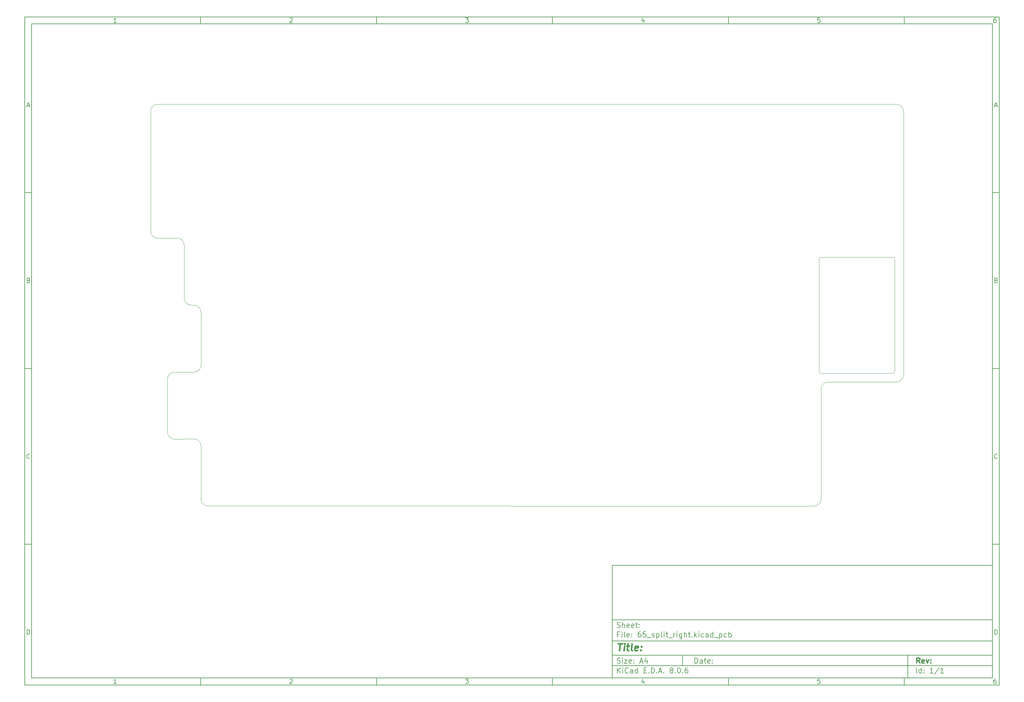
<source format=gbr>
%TF.GenerationSoftware,KiCad,Pcbnew,8.0.6*%
%TF.CreationDate,2025-05-11T12:41:04+09:00*%
%TF.ProjectId,65_split_right,36355f73-706c-4697-945f-72696768742e,rev?*%
%TF.SameCoordinates,PXf7b735cPY2136a30*%
%TF.FileFunction,Profile,NP*%
%FSLAX46Y46*%
G04 Gerber Fmt 4.6, Leading zero omitted, Abs format (unit mm)*
G04 Created by KiCad (PCBNEW 8.0.6) date 2025-05-11 12:41:04*
%MOMM*%
%LPD*%
G01*
G04 APERTURE LIST*
%ADD10C,0.100000*%
%ADD11C,0.150000*%
%ADD12C,0.300000*%
%ADD13C,0.400000*%
%TA.AperFunction,Profile*%
%ADD14C,0.050000*%
%TD*%
%TA.AperFunction,Profile*%
%ADD15C,0.120000*%
%TD*%
G04 APERTURE END LIST*
D10*
D11*
X-82746500Y-131180400D02*
X25253500Y-131180400D01*
X25253500Y-163180400D01*
X-82746500Y-163180400D01*
X-82746500Y-131180400D01*
D10*
D11*
X-249748700Y24826800D02*
X27253500Y24826800D01*
X27253500Y-165180400D01*
X-249748700Y-165180400D01*
X-249748700Y24826800D01*
D10*
D11*
X-247748700Y22826800D02*
X25253500Y22826800D01*
X25253500Y-163180400D01*
X-247748700Y-163180400D01*
X-247748700Y22826800D01*
D10*
D11*
X-199748700Y22826800D02*
X-199748700Y24826800D01*
D10*
D11*
X-149748700Y22826800D02*
X-149748700Y24826800D01*
D10*
D11*
X-99748700Y22826800D02*
X-99748700Y24826800D01*
D10*
D11*
X-49748700Y22826800D02*
X-49748700Y24826800D01*
D10*
D11*
X251300Y22826800D02*
X251300Y24826800D01*
D10*
D11*
X-223659540Y23233196D02*
X-224402397Y23233196D01*
X-224030969Y23233196D02*
X-224030969Y24533196D01*
X-224030969Y24533196D02*
X-224154778Y24347481D01*
X-224154778Y24347481D02*
X-224278588Y24223672D01*
X-224278588Y24223672D02*
X-224402397Y24161767D01*
D10*
D11*
X-174402397Y24409386D02*
X-174340493Y24471291D01*
X-174340493Y24471291D02*
X-174216683Y24533196D01*
X-174216683Y24533196D02*
X-173907159Y24533196D01*
X-173907159Y24533196D02*
X-173783350Y24471291D01*
X-173783350Y24471291D02*
X-173721445Y24409386D01*
X-173721445Y24409386D02*
X-173659540Y24285577D01*
X-173659540Y24285577D02*
X-173659540Y24161767D01*
X-173659540Y24161767D02*
X-173721445Y23976053D01*
X-173721445Y23976053D02*
X-174464302Y23233196D01*
X-174464302Y23233196D02*
X-173659540Y23233196D01*
D10*
D11*
X-124464302Y24533196D02*
X-123659540Y24533196D01*
X-123659540Y24533196D02*
X-124092874Y24037958D01*
X-124092874Y24037958D02*
X-123907159Y24037958D01*
X-123907159Y24037958D02*
X-123783350Y23976053D01*
X-123783350Y23976053D02*
X-123721445Y23914148D01*
X-123721445Y23914148D02*
X-123659540Y23790339D01*
X-123659540Y23790339D02*
X-123659540Y23480815D01*
X-123659540Y23480815D02*
X-123721445Y23357005D01*
X-123721445Y23357005D02*
X-123783350Y23295100D01*
X-123783350Y23295100D02*
X-123907159Y23233196D01*
X-123907159Y23233196D02*
X-124278588Y23233196D01*
X-124278588Y23233196D02*
X-124402397Y23295100D01*
X-124402397Y23295100D02*
X-124464302Y23357005D01*
D10*
D11*
X-73783350Y24099862D02*
X-73783350Y23233196D01*
X-74092874Y24595100D02*
X-74402397Y23666529D01*
X-74402397Y23666529D02*
X-73597636Y23666529D01*
D10*
D11*
X-23721445Y24533196D02*
X-24340493Y24533196D01*
X-24340493Y24533196D02*
X-24402397Y23914148D01*
X-24402397Y23914148D02*
X-24340493Y23976053D01*
X-24340493Y23976053D02*
X-24216683Y24037958D01*
X-24216683Y24037958D02*
X-23907159Y24037958D01*
X-23907159Y24037958D02*
X-23783350Y23976053D01*
X-23783350Y23976053D02*
X-23721445Y23914148D01*
X-23721445Y23914148D02*
X-23659540Y23790339D01*
X-23659540Y23790339D02*
X-23659540Y23480815D01*
X-23659540Y23480815D02*
X-23721445Y23357005D01*
X-23721445Y23357005D02*
X-23783350Y23295100D01*
X-23783350Y23295100D02*
X-23907159Y23233196D01*
X-23907159Y23233196D02*
X-24216683Y23233196D01*
X-24216683Y23233196D02*
X-24340493Y23295100D01*
X-24340493Y23295100D02*
X-24402397Y23357005D01*
D10*
D11*
X26216650Y24533196D02*
X25969031Y24533196D01*
X25969031Y24533196D02*
X25845222Y24471291D01*
X25845222Y24471291D02*
X25783317Y24409386D01*
X25783317Y24409386D02*
X25659507Y24223672D01*
X25659507Y24223672D02*
X25597603Y23976053D01*
X25597603Y23976053D02*
X25597603Y23480815D01*
X25597603Y23480815D02*
X25659507Y23357005D01*
X25659507Y23357005D02*
X25721412Y23295100D01*
X25721412Y23295100D02*
X25845222Y23233196D01*
X25845222Y23233196D02*
X26092841Y23233196D01*
X26092841Y23233196D02*
X26216650Y23295100D01*
X26216650Y23295100D02*
X26278555Y23357005D01*
X26278555Y23357005D02*
X26340460Y23480815D01*
X26340460Y23480815D02*
X26340460Y23790339D01*
X26340460Y23790339D02*
X26278555Y23914148D01*
X26278555Y23914148D02*
X26216650Y23976053D01*
X26216650Y23976053D02*
X26092841Y24037958D01*
X26092841Y24037958D02*
X25845222Y24037958D01*
X25845222Y24037958D02*
X25721412Y23976053D01*
X25721412Y23976053D02*
X25659507Y23914148D01*
X25659507Y23914148D02*
X25597603Y23790339D01*
D10*
D11*
X-199748700Y-163180400D02*
X-199748700Y-165180400D01*
D10*
D11*
X-149748700Y-163180400D02*
X-149748700Y-165180400D01*
D10*
D11*
X-99748700Y-163180400D02*
X-99748700Y-165180400D01*
D10*
D11*
X-49748700Y-163180400D02*
X-49748700Y-165180400D01*
D10*
D11*
X251300Y-163180400D02*
X251300Y-165180400D01*
D10*
D11*
X-223659540Y-164774004D02*
X-224402397Y-164774004D01*
X-224030969Y-164774004D02*
X-224030969Y-163474004D01*
X-224030969Y-163474004D02*
X-224154778Y-163659719D01*
X-224154778Y-163659719D02*
X-224278588Y-163783528D01*
X-224278588Y-163783528D02*
X-224402397Y-163845433D01*
D10*
D11*
X-174402397Y-163597814D02*
X-174340493Y-163535909D01*
X-174340493Y-163535909D02*
X-174216683Y-163474004D01*
X-174216683Y-163474004D02*
X-173907159Y-163474004D01*
X-173907159Y-163474004D02*
X-173783350Y-163535909D01*
X-173783350Y-163535909D02*
X-173721445Y-163597814D01*
X-173721445Y-163597814D02*
X-173659540Y-163721623D01*
X-173659540Y-163721623D02*
X-173659540Y-163845433D01*
X-173659540Y-163845433D02*
X-173721445Y-164031147D01*
X-173721445Y-164031147D02*
X-174464302Y-164774004D01*
X-174464302Y-164774004D02*
X-173659540Y-164774004D01*
D10*
D11*
X-124464302Y-163474004D02*
X-123659540Y-163474004D01*
X-123659540Y-163474004D02*
X-124092874Y-163969242D01*
X-124092874Y-163969242D02*
X-123907159Y-163969242D01*
X-123907159Y-163969242D02*
X-123783350Y-164031147D01*
X-123783350Y-164031147D02*
X-123721445Y-164093052D01*
X-123721445Y-164093052D02*
X-123659540Y-164216861D01*
X-123659540Y-164216861D02*
X-123659540Y-164526385D01*
X-123659540Y-164526385D02*
X-123721445Y-164650195D01*
X-123721445Y-164650195D02*
X-123783350Y-164712100D01*
X-123783350Y-164712100D02*
X-123907159Y-164774004D01*
X-123907159Y-164774004D02*
X-124278588Y-164774004D01*
X-124278588Y-164774004D02*
X-124402397Y-164712100D01*
X-124402397Y-164712100D02*
X-124464302Y-164650195D01*
D10*
D11*
X-73783350Y-163907338D02*
X-73783350Y-164774004D01*
X-74092874Y-163412100D02*
X-74402397Y-164340671D01*
X-74402397Y-164340671D02*
X-73597636Y-164340671D01*
D10*
D11*
X-23721445Y-163474004D02*
X-24340493Y-163474004D01*
X-24340493Y-163474004D02*
X-24402397Y-164093052D01*
X-24402397Y-164093052D02*
X-24340493Y-164031147D01*
X-24340493Y-164031147D02*
X-24216683Y-163969242D01*
X-24216683Y-163969242D02*
X-23907159Y-163969242D01*
X-23907159Y-163969242D02*
X-23783350Y-164031147D01*
X-23783350Y-164031147D02*
X-23721445Y-164093052D01*
X-23721445Y-164093052D02*
X-23659540Y-164216861D01*
X-23659540Y-164216861D02*
X-23659540Y-164526385D01*
X-23659540Y-164526385D02*
X-23721445Y-164650195D01*
X-23721445Y-164650195D02*
X-23783350Y-164712100D01*
X-23783350Y-164712100D02*
X-23907159Y-164774004D01*
X-23907159Y-164774004D02*
X-24216683Y-164774004D01*
X-24216683Y-164774004D02*
X-24340493Y-164712100D01*
X-24340493Y-164712100D02*
X-24402397Y-164650195D01*
D10*
D11*
X26216650Y-163474004D02*
X25969031Y-163474004D01*
X25969031Y-163474004D02*
X25845222Y-163535909D01*
X25845222Y-163535909D02*
X25783317Y-163597814D01*
X25783317Y-163597814D02*
X25659507Y-163783528D01*
X25659507Y-163783528D02*
X25597603Y-164031147D01*
X25597603Y-164031147D02*
X25597603Y-164526385D01*
X25597603Y-164526385D02*
X25659507Y-164650195D01*
X25659507Y-164650195D02*
X25721412Y-164712100D01*
X25721412Y-164712100D02*
X25845222Y-164774004D01*
X25845222Y-164774004D02*
X26092841Y-164774004D01*
X26092841Y-164774004D02*
X26216650Y-164712100D01*
X26216650Y-164712100D02*
X26278555Y-164650195D01*
X26278555Y-164650195D02*
X26340460Y-164526385D01*
X26340460Y-164526385D02*
X26340460Y-164216861D01*
X26340460Y-164216861D02*
X26278555Y-164093052D01*
X26278555Y-164093052D02*
X26216650Y-164031147D01*
X26216650Y-164031147D02*
X26092841Y-163969242D01*
X26092841Y-163969242D02*
X25845222Y-163969242D01*
X25845222Y-163969242D02*
X25721412Y-164031147D01*
X25721412Y-164031147D02*
X25659507Y-164093052D01*
X25659507Y-164093052D02*
X25597603Y-164216861D01*
D10*
D11*
X-249748700Y-25173200D02*
X-247748700Y-25173200D01*
D10*
D11*
X-249748700Y-75173200D02*
X-247748700Y-75173200D01*
D10*
D11*
X-249748700Y-125173200D02*
X-247748700Y-125173200D01*
D10*
D11*
X-249058224Y-395376D02*
X-248439177Y-395376D01*
X-249182034Y-766804D02*
X-248748701Y533196D01*
X-248748701Y533196D02*
X-248315367Y-766804D01*
D10*
D11*
X-248655843Y-50085852D02*
X-248470129Y-50147757D01*
X-248470129Y-50147757D02*
X-248408224Y-50209661D01*
X-248408224Y-50209661D02*
X-248346320Y-50333471D01*
X-248346320Y-50333471D02*
X-248346320Y-50519185D01*
X-248346320Y-50519185D02*
X-248408224Y-50642995D01*
X-248408224Y-50642995D02*
X-248470129Y-50704900D01*
X-248470129Y-50704900D02*
X-248593939Y-50766804D01*
X-248593939Y-50766804D02*
X-249089177Y-50766804D01*
X-249089177Y-50766804D02*
X-249089177Y-49466804D01*
X-249089177Y-49466804D02*
X-248655843Y-49466804D01*
X-248655843Y-49466804D02*
X-248532034Y-49528709D01*
X-248532034Y-49528709D02*
X-248470129Y-49590614D01*
X-248470129Y-49590614D02*
X-248408224Y-49714423D01*
X-248408224Y-49714423D02*
X-248408224Y-49838233D01*
X-248408224Y-49838233D02*
X-248470129Y-49962042D01*
X-248470129Y-49962042D02*
X-248532034Y-50023947D01*
X-248532034Y-50023947D02*
X-248655843Y-50085852D01*
X-248655843Y-50085852D02*
X-249089177Y-50085852D01*
D10*
D11*
X-248346320Y-100642995D02*
X-248408224Y-100704900D01*
X-248408224Y-100704900D02*
X-248593939Y-100766804D01*
X-248593939Y-100766804D02*
X-248717748Y-100766804D01*
X-248717748Y-100766804D02*
X-248903462Y-100704900D01*
X-248903462Y-100704900D02*
X-249027272Y-100581090D01*
X-249027272Y-100581090D02*
X-249089177Y-100457280D01*
X-249089177Y-100457280D02*
X-249151081Y-100209661D01*
X-249151081Y-100209661D02*
X-249151081Y-100023947D01*
X-249151081Y-100023947D02*
X-249089177Y-99776328D01*
X-249089177Y-99776328D02*
X-249027272Y-99652519D01*
X-249027272Y-99652519D02*
X-248903462Y-99528709D01*
X-248903462Y-99528709D02*
X-248717748Y-99466804D01*
X-248717748Y-99466804D02*
X-248593939Y-99466804D01*
X-248593939Y-99466804D02*
X-248408224Y-99528709D01*
X-248408224Y-99528709D02*
X-248346320Y-99590614D01*
D10*
D11*
X-249089177Y-150766804D02*
X-249089177Y-149466804D01*
X-249089177Y-149466804D02*
X-248779653Y-149466804D01*
X-248779653Y-149466804D02*
X-248593939Y-149528709D01*
X-248593939Y-149528709D02*
X-248470129Y-149652519D01*
X-248470129Y-149652519D02*
X-248408224Y-149776328D01*
X-248408224Y-149776328D02*
X-248346320Y-150023947D01*
X-248346320Y-150023947D02*
X-248346320Y-150209661D01*
X-248346320Y-150209661D02*
X-248408224Y-150457280D01*
X-248408224Y-150457280D02*
X-248470129Y-150581090D01*
X-248470129Y-150581090D02*
X-248593939Y-150704900D01*
X-248593939Y-150704900D02*
X-248779653Y-150766804D01*
X-248779653Y-150766804D02*
X-249089177Y-150766804D01*
D10*
D11*
X27253500Y-25173200D02*
X25253500Y-25173200D01*
D10*
D11*
X27253500Y-75173200D02*
X25253500Y-75173200D01*
D10*
D11*
X27253500Y-125173200D02*
X25253500Y-125173200D01*
D10*
D11*
X25943976Y-395376D02*
X26563023Y-395376D01*
X25820166Y-766804D02*
X26253499Y533196D01*
X26253499Y533196D02*
X26686833Y-766804D01*
D10*
D11*
X26346357Y-50085852D02*
X26532071Y-50147757D01*
X26532071Y-50147757D02*
X26593976Y-50209661D01*
X26593976Y-50209661D02*
X26655880Y-50333471D01*
X26655880Y-50333471D02*
X26655880Y-50519185D01*
X26655880Y-50519185D02*
X26593976Y-50642995D01*
X26593976Y-50642995D02*
X26532071Y-50704900D01*
X26532071Y-50704900D02*
X26408261Y-50766804D01*
X26408261Y-50766804D02*
X25913023Y-50766804D01*
X25913023Y-50766804D02*
X25913023Y-49466804D01*
X25913023Y-49466804D02*
X26346357Y-49466804D01*
X26346357Y-49466804D02*
X26470166Y-49528709D01*
X26470166Y-49528709D02*
X26532071Y-49590614D01*
X26532071Y-49590614D02*
X26593976Y-49714423D01*
X26593976Y-49714423D02*
X26593976Y-49838233D01*
X26593976Y-49838233D02*
X26532071Y-49962042D01*
X26532071Y-49962042D02*
X26470166Y-50023947D01*
X26470166Y-50023947D02*
X26346357Y-50085852D01*
X26346357Y-50085852D02*
X25913023Y-50085852D01*
D10*
D11*
X26655880Y-100642995D02*
X26593976Y-100704900D01*
X26593976Y-100704900D02*
X26408261Y-100766804D01*
X26408261Y-100766804D02*
X26284452Y-100766804D01*
X26284452Y-100766804D02*
X26098738Y-100704900D01*
X26098738Y-100704900D02*
X25974928Y-100581090D01*
X25974928Y-100581090D02*
X25913023Y-100457280D01*
X25913023Y-100457280D02*
X25851119Y-100209661D01*
X25851119Y-100209661D02*
X25851119Y-100023947D01*
X25851119Y-100023947D02*
X25913023Y-99776328D01*
X25913023Y-99776328D02*
X25974928Y-99652519D01*
X25974928Y-99652519D02*
X26098738Y-99528709D01*
X26098738Y-99528709D02*
X26284452Y-99466804D01*
X26284452Y-99466804D02*
X26408261Y-99466804D01*
X26408261Y-99466804D02*
X26593976Y-99528709D01*
X26593976Y-99528709D02*
X26655880Y-99590614D01*
D10*
D11*
X25913023Y-150766804D02*
X25913023Y-149466804D01*
X25913023Y-149466804D02*
X26222547Y-149466804D01*
X26222547Y-149466804D02*
X26408261Y-149528709D01*
X26408261Y-149528709D02*
X26532071Y-149652519D01*
X26532071Y-149652519D02*
X26593976Y-149776328D01*
X26593976Y-149776328D02*
X26655880Y-150023947D01*
X26655880Y-150023947D02*
X26655880Y-150209661D01*
X26655880Y-150209661D02*
X26593976Y-150457280D01*
X26593976Y-150457280D02*
X26532071Y-150581090D01*
X26532071Y-150581090D02*
X26408261Y-150704900D01*
X26408261Y-150704900D02*
X26222547Y-150766804D01*
X26222547Y-150766804D02*
X25913023Y-150766804D01*
D10*
D11*
X-59290674Y-158966528D02*
X-59290674Y-157466528D01*
X-59290674Y-157466528D02*
X-58933531Y-157466528D01*
X-58933531Y-157466528D02*
X-58719245Y-157537957D01*
X-58719245Y-157537957D02*
X-58576388Y-157680814D01*
X-58576388Y-157680814D02*
X-58504959Y-157823671D01*
X-58504959Y-157823671D02*
X-58433531Y-158109385D01*
X-58433531Y-158109385D02*
X-58433531Y-158323671D01*
X-58433531Y-158323671D02*
X-58504959Y-158609385D01*
X-58504959Y-158609385D02*
X-58576388Y-158752242D01*
X-58576388Y-158752242D02*
X-58719245Y-158895100D01*
X-58719245Y-158895100D02*
X-58933531Y-158966528D01*
X-58933531Y-158966528D02*
X-59290674Y-158966528D01*
X-57147816Y-158966528D02*
X-57147816Y-158180814D01*
X-57147816Y-158180814D02*
X-57219245Y-158037957D01*
X-57219245Y-158037957D02*
X-57362102Y-157966528D01*
X-57362102Y-157966528D02*
X-57647816Y-157966528D01*
X-57647816Y-157966528D02*
X-57790674Y-158037957D01*
X-57147816Y-158895100D02*
X-57290674Y-158966528D01*
X-57290674Y-158966528D02*
X-57647816Y-158966528D01*
X-57647816Y-158966528D02*
X-57790674Y-158895100D01*
X-57790674Y-158895100D02*
X-57862102Y-158752242D01*
X-57862102Y-158752242D02*
X-57862102Y-158609385D01*
X-57862102Y-158609385D02*
X-57790674Y-158466528D01*
X-57790674Y-158466528D02*
X-57647816Y-158395100D01*
X-57647816Y-158395100D02*
X-57290674Y-158395100D01*
X-57290674Y-158395100D02*
X-57147816Y-158323671D01*
X-56647816Y-157966528D02*
X-56076388Y-157966528D01*
X-56433531Y-157466528D02*
X-56433531Y-158752242D01*
X-56433531Y-158752242D02*
X-56362102Y-158895100D01*
X-56362102Y-158895100D02*
X-56219245Y-158966528D01*
X-56219245Y-158966528D02*
X-56076388Y-158966528D01*
X-55004959Y-158895100D02*
X-55147816Y-158966528D01*
X-55147816Y-158966528D02*
X-55433530Y-158966528D01*
X-55433530Y-158966528D02*
X-55576388Y-158895100D01*
X-55576388Y-158895100D02*
X-55647816Y-158752242D01*
X-55647816Y-158752242D02*
X-55647816Y-158180814D01*
X-55647816Y-158180814D02*
X-55576388Y-158037957D01*
X-55576388Y-158037957D02*
X-55433530Y-157966528D01*
X-55433530Y-157966528D02*
X-55147816Y-157966528D01*
X-55147816Y-157966528D02*
X-55004959Y-158037957D01*
X-55004959Y-158037957D02*
X-54933530Y-158180814D01*
X-54933530Y-158180814D02*
X-54933530Y-158323671D01*
X-54933530Y-158323671D02*
X-55647816Y-158466528D01*
X-54290674Y-158823671D02*
X-54219245Y-158895100D01*
X-54219245Y-158895100D02*
X-54290674Y-158966528D01*
X-54290674Y-158966528D02*
X-54362102Y-158895100D01*
X-54362102Y-158895100D02*
X-54290674Y-158823671D01*
X-54290674Y-158823671D02*
X-54290674Y-158966528D01*
X-54290674Y-158037957D02*
X-54219245Y-158109385D01*
X-54219245Y-158109385D02*
X-54290674Y-158180814D01*
X-54290674Y-158180814D02*
X-54362102Y-158109385D01*
X-54362102Y-158109385D02*
X-54290674Y-158037957D01*
X-54290674Y-158037957D02*
X-54290674Y-158180814D01*
D10*
D11*
X-82746500Y-159680400D02*
X25253500Y-159680400D01*
D10*
D11*
X-81290674Y-161766528D02*
X-81290674Y-160266528D01*
X-80433531Y-161766528D02*
X-81076388Y-160909385D01*
X-80433531Y-160266528D02*
X-81290674Y-161123671D01*
X-79790674Y-161766528D02*
X-79790674Y-160766528D01*
X-79790674Y-160266528D02*
X-79862102Y-160337957D01*
X-79862102Y-160337957D02*
X-79790674Y-160409385D01*
X-79790674Y-160409385D02*
X-79719245Y-160337957D01*
X-79719245Y-160337957D02*
X-79790674Y-160266528D01*
X-79790674Y-160266528D02*
X-79790674Y-160409385D01*
X-78219245Y-161623671D02*
X-78290673Y-161695100D01*
X-78290673Y-161695100D02*
X-78504959Y-161766528D01*
X-78504959Y-161766528D02*
X-78647816Y-161766528D01*
X-78647816Y-161766528D02*
X-78862102Y-161695100D01*
X-78862102Y-161695100D02*
X-79004959Y-161552242D01*
X-79004959Y-161552242D02*
X-79076388Y-161409385D01*
X-79076388Y-161409385D02*
X-79147816Y-161123671D01*
X-79147816Y-161123671D02*
X-79147816Y-160909385D01*
X-79147816Y-160909385D02*
X-79076388Y-160623671D01*
X-79076388Y-160623671D02*
X-79004959Y-160480814D01*
X-79004959Y-160480814D02*
X-78862102Y-160337957D01*
X-78862102Y-160337957D02*
X-78647816Y-160266528D01*
X-78647816Y-160266528D02*
X-78504959Y-160266528D01*
X-78504959Y-160266528D02*
X-78290673Y-160337957D01*
X-78290673Y-160337957D02*
X-78219245Y-160409385D01*
X-76933530Y-161766528D02*
X-76933530Y-160980814D01*
X-76933530Y-160980814D02*
X-77004959Y-160837957D01*
X-77004959Y-160837957D02*
X-77147816Y-160766528D01*
X-77147816Y-160766528D02*
X-77433530Y-160766528D01*
X-77433530Y-160766528D02*
X-77576388Y-160837957D01*
X-76933530Y-161695100D02*
X-77076388Y-161766528D01*
X-77076388Y-161766528D02*
X-77433530Y-161766528D01*
X-77433530Y-161766528D02*
X-77576388Y-161695100D01*
X-77576388Y-161695100D02*
X-77647816Y-161552242D01*
X-77647816Y-161552242D02*
X-77647816Y-161409385D01*
X-77647816Y-161409385D02*
X-77576388Y-161266528D01*
X-77576388Y-161266528D02*
X-77433530Y-161195100D01*
X-77433530Y-161195100D02*
X-77076388Y-161195100D01*
X-77076388Y-161195100D02*
X-76933530Y-161123671D01*
X-75576387Y-161766528D02*
X-75576387Y-160266528D01*
X-75576387Y-161695100D02*
X-75719245Y-161766528D01*
X-75719245Y-161766528D02*
X-76004959Y-161766528D01*
X-76004959Y-161766528D02*
X-76147816Y-161695100D01*
X-76147816Y-161695100D02*
X-76219245Y-161623671D01*
X-76219245Y-161623671D02*
X-76290673Y-161480814D01*
X-76290673Y-161480814D02*
X-76290673Y-161052242D01*
X-76290673Y-161052242D02*
X-76219245Y-160909385D01*
X-76219245Y-160909385D02*
X-76147816Y-160837957D01*
X-76147816Y-160837957D02*
X-76004959Y-160766528D01*
X-76004959Y-160766528D02*
X-75719245Y-160766528D01*
X-75719245Y-160766528D02*
X-75576387Y-160837957D01*
X-73719245Y-160980814D02*
X-73219245Y-160980814D01*
X-73004959Y-161766528D02*
X-73719245Y-161766528D01*
X-73719245Y-161766528D02*
X-73719245Y-160266528D01*
X-73719245Y-160266528D02*
X-73004959Y-160266528D01*
X-72362102Y-161623671D02*
X-72290673Y-161695100D01*
X-72290673Y-161695100D02*
X-72362102Y-161766528D01*
X-72362102Y-161766528D02*
X-72433530Y-161695100D01*
X-72433530Y-161695100D02*
X-72362102Y-161623671D01*
X-72362102Y-161623671D02*
X-72362102Y-161766528D01*
X-71647816Y-161766528D02*
X-71647816Y-160266528D01*
X-71647816Y-160266528D02*
X-71290673Y-160266528D01*
X-71290673Y-160266528D02*
X-71076387Y-160337957D01*
X-71076387Y-160337957D02*
X-70933530Y-160480814D01*
X-70933530Y-160480814D02*
X-70862101Y-160623671D01*
X-70862101Y-160623671D02*
X-70790673Y-160909385D01*
X-70790673Y-160909385D02*
X-70790673Y-161123671D01*
X-70790673Y-161123671D02*
X-70862101Y-161409385D01*
X-70862101Y-161409385D02*
X-70933530Y-161552242D01*
X-70933530Y-161552242D02*
X-71076387Y-161695100D01*
X-71076387Y-161695100D02*
X-71290673Y-161766528D01*
X-71290673Y-161766528D02*
X-71647816Y-161766528D01*
X-70147816Y-161623671D02*
X-70076387Y-161695100D01*
X-70076387Y-161695100D02*
X-70147816Y-161766528D01*
X-70147816Y-161766528D02*
X-70219244Y-161695100D01*
X-70219244Y-161695100D02*
X-70147816Y-161623671D01*
X-70147816Y-161623671D02*
X-70147816Y-161766528D01*
X-69504958Y-161337957D02*
X-68790672Y-161337957D01*
X-69647815Y-161766528D02*
X-69147815Y-160266528D01*
X-69147815Y-160266528D02*
X-68647815Y-161766528D01*
X-68147816Y-161623671D02*
X-68076387Y-161695100D01*
X-68076387Y-161695100D02*
X-68147816Y-161766528D01*
X-68147816Y-161766528D02*
X-68219244Y-161695100D01*
X-68219244Y-161695100D02*
X-68147816Y-161623671D01*
X-68147816Y-161623671D02*
X-68147816Y-161766528D01*
X-66076387Y-160909385D02*
X-66219244Y-160837957D01*
X-66219244Y-160837957D02*
X-66290673Y-160766528D01*
X-66290673Y-160766528D02*
X-66362101Y-160623671D01*
X-66362101Y-160623671D02*
X-66362101Y-160552242D01*
X-66362101Y-160552242D02*
X-66290673Y-160409385D01*
X-66290673Y-160409385D02*
X-66219244Y-160337957D01*
X-66219244Y-160337957D02*
X-66076387Y-160266528D01*
X-66076387Y-160266528D02*
X-65790673Y-160266528D01*
X-65790673Y-160266528D02*
X-65647815Y-160337957D01*
X-65647815Y-160337957D02*
X-65576387Y-160409385D01*
X-65576387Y-160409385D02*
X-65504958Y-160552242D01*
X-65504958Y-160552242D02*
X-65504958Y-160623671D01*
X-65504958Y-160623671D02*
X-65576387Y-160766528D01*
X-65576387Y-160766528D02*
X-65647815Y-160837957D01*
X-65647815Y-160837957D02*
X-65790673Y-160909385D01*
X-65790673Y-160909385D02*
X-66076387Y-160909385D01*
X-66076387Y-160909385D02*
X-66219244Y-160980814D01*
X-66219244Y-160980814D02*
X-66290673Y-161052242D01*
X-66290673Y-161052242D02*
X-66362101Y-161195100D01*
X-66362101Y-161195100D02*
X-66362101Y-161480814D01*
X-66362101Y-161480814D02*
X-66290673Y-161623671D01*
X-66290673Y-161623671D02*
X-66219244Y-161695100D01*
X-66219244Y-161695100D02*
X-66076387Y-161766528D01*
X-66076387Y-161766528D02*
X-65790673Y-161766528D01*
X-65790673Y-161766528D02*
X-65647815Y-161695100D01*
X-65647815Y-161695100D02*
X-65576387Y-161623671D01*
X-65576387Y-161623671D02*
X-65504958Y-161480814D01*
X-65504958Y-161480814D02*
X-65504958Y-161195100D01*
X-65504958Y-161195100D02*
X-65576387Y-161052242D01*
X-65576387Y-161052242D02*
X-65647815Y-160980814D01*
X-65647815Y-160980814D02*
X-65790673Y-160909385D01*
X-64862102Y-161623671D02*
X-64790673Y-161695100D01*
X-64790673Y-161695100D02*
X-64862102Y-161766528D01*
X-64862102Y-161766528D02*
X-64933530Y-161695100D01*
X-64933530Y-161695100D02*
X-64862102Y-161623671D01*
X-64862102Y-161623671D02*
X-64862102Y-161766528D01*
X-63862101Y-160266528D02*
X-63719244Y-160266528D01*
X-63719244Y-160266528D02*
X-63576387Y-160337957D01*
X-63576387Y-160337957D02*
X-63504958Y-160409385D01*
X-63504958Y-160409385D02*
X-63433530Y-160552242D01*
X-63433530Y-160552242D02*
X-63362101Y-160837957D01*
X-63362101Y-160837957D02*
X-63362101Y-161195100D01*
X-63362101Y-161195100D02*
X-63433530Y-161480814D01*
X-63433530Y-161480814D02*
X-63504958Y-161623671D01*
X-63504958Y-161623671D02*
X-63576387Y-161695100D01*
X-63576387Y-161695100D02*
X-63719244Y-161766528D01*
X-63719244Y-161766528D02*
X-63862101Y-161766528D01*
X-63862101Y-161766528D02*
X-64004958Y-161695100D01*
X-64004958Y-161695100D02*
X-64076387Y-161623671D01*
X-64076387Y-161623671D02*
X-64147816Y-161480814D01*
X-64147816Y-161480814D02*
X-64219244Y-161195100D01*
X-64219244Y-161195100D02*
X-64219244Y-160837957D01*
X-64219244Y-160837957D02*
X-64147816Y-160552242D01*
X-64147816Y-160552242D02*
X-64076387Y-160409385D01*
X-64076387Y-160409385D02*
X-64004958Y-160337957D01*
X-64004958Y-160337957D02*
X-63862101Y-160266528D01*
X-62719245Y-161623671D02*
X-62647816Y-161695100D01*
X-62647816Y-161695100D02*
X-62719245Y-161766528D01*
X-62719245Y-161766528D02*
X-62790673Y-161695100D01*
X-62790673Y-161695100D02*
X-62719245Y-161623671D01*
X-62719245Y-161623671D02*
X-62719245Y-161766528D01*
X-61362101Y-160266528D02*
X-61647816Y-160266528D01*
X-61647816Y-160266528D02*
X-61790673Y-160337957D01*
X-61790673Y-160337957D02*
X-61862101Y-160409385D01*
X-61862101Y-160409385D02*
X-62004959Y-160623671D01*
X-62004959Y-160623671D02*
X-62076387Y-160909385D01*
X-62076387Y-160909385D02*
X-62076387Y-161480814D01*
X-62076387Y-161480814D02*
X-62004959Y-161623671D01*
X-62004959Y-161623671D02*
X-61933530Y-161695100D01*
X-61933530Y-161695100D02*
X-61790673Y-161766528D01*
X-61790673Y-161766528D02*
X-61504959Y-161766528D01*
X-61504959Y-161766528D02*
X-61362101Y-161695100D01*
X-61362101Y-161695100D02*
X-61290673Y-161623671D01*
X-61290673Y-161623671D02*
X-61219244Y-161480814D01*
X-61219244Y-161480814D02*
X-61219244Y-161123671D01*
X-61219244Y-161123671D02*
X-61290673Y-160980814D01*
X-61290673Y-160980814D02*
X-61362101Y-160909385D01*
X-61362101Y-160909385D02*
X-61504959Y-160837957D01*
X-61504959Y-160837957D02*
X-61790673Y-160837957D01*
X-61790673Y-160837957D02*
X-61933530Y-160909385D01*
X-61933530Y-160909385D02*
X-62004959Y-160980814D01*
X-62004959Y-160980814D02*
X-62076387Y-161123671D01*
D10*
D11*
X-82746500Y-156680400D02*
X25253500Y-156680400D01*
D10*
D12*
X4665153Y-158958728D02*
X4165153Y-158244442D01*
X3808010Y-158958728D02*
X3808010Y-157458728D01*
X3808010Y-157458728D02*
X4379439Y-157458728D01*
X4379439Y-157458728D02*
X4522296Y-157530157D01*
X4522296Y-157530157D02*
X4593725Y-157601585D01*
X4593725Y-157601585D02*
X4665153Y-157744442D01*
X4665153Y-157744442D02*
X4665153Y-157958728D01*
X4665153Y-157958728D02*
X4593725Y-158101585D01*
X4593725Y-158101585D02*
X4522296Y-158173014D01*
X4522296Y-158173014D02*
X4379439Y-158244442D01*
X4379439Y-158244442D02*
X3808010Y-158244442D01*
X5879439Y-158887300D02*
X5736582Y-158958728D01*
X5736582Y-158958728D02*
X5450868Y-158958728D01*
X5450868Y-158958728D02*
X5308010Y-158887300D01*
X5308010Y-158887300D02*
X5236582Y-158744442D01*
X5236582Y-158744442D02*
X5236582Y-158173014D01*
X5236582Y-158173014D02*
X5308010Y-158030157D01*
X5308010Y-158030157D02*
X5450868Y-157958728D01*
X5450868Y-157958728D02*
X5736582Y-157958728D01*
X5736582Y-157958728D02*
X5879439Y-158030157D01*
X5879439Y-158030157D02*
X5950868Y-158173014D01*
X5950868Y-158173014D02*
X5950868Y-158315871D01*
X5950868Y-158315871D02*
X5236582Y-158458728D01*
X6450867Y-157958728D02*
X6808010Y-158958728D01*
X6808010Y-158958728D02*
X7165153Y-157958728D01*
X7736581Y-158815871D02*
X7808010Y-158887300D01*
X7808010Y-158887300D02*
X7736581Y-158958728D01*
X7736581Y-158958728D02*
X7665153Y-158887300D01*
X7665153Y-158887300D02*
X7736581Y-158815871D01*
X7736581Y-158815871D02*
X7736581Y-158958728D01*
X7736581Y-158030157D02*
X7808010Y-158101585D01*
X7808010Y-158101585D02*
X7736581Y-158173014D01*
X7736581Y-158173014D02*
X7665153Y-158101585D01*
X7665153Y-158101585D02*
X7736581Y-158030157D01*
X7736581Y-158030157D02*
X7736581Y-158173014D01*
D10*
D11*
X-81362102Y-158895100D02*
X-81147816Y-158966528D01*
X-81147816Y-158966528D02*
X-80790674Y-158966528D01*
X-80790674Y-158966528D02*
X-80647816Y-158895100D01*
X-80647816Y-158895100D02*
X-80576388Y-158823671D01*
X-80576388Y-158823671D02*
X-80504959Y-158680814D01*
X-80504959Y-158680814D02*
X-80504959Y-158537957D01*
X-80504959Y-158537957D02*
X-80576388Y-158395100D01*
X-80576388Y-158395100D02*
X-80647816Y-158323671D01*
X-80647816Y-158323671D02*
X-80790674Y-158252242D01*
X-80790674Y-158252242D02*
X-81076388Y-158180814D01*
X-81076388Y-158180814D02*
X-81219245Y-158109385D01*
X-81219245Y-158109385D02*
X-81290674Y-158037957D01*
X-81290674Y-158037957D02*
X-81362102Y-157895100D01*
X-81362102Y-157895100D02*
X-81362102Y-157752242D01*
X-81362102Y-157752242D02*
X-81290674Y-157609385D01*
X-81290674Y-157609385D02*
X-81219245Y-157537957D01*
X-81219245Y-157537957D02*
X-81076388Y-157466528D01*
X-81076388Y-157466528D02*
X-80719245Y-157466528D01*
X-80719245Y-157466528D02*
X-80504959Y-157537957D01*
X-79862103Y-158966528D02*
X-79862103Y-157966528D01*
X-79862103Y-157466528D02*
X-79933531Y-157537957D01*
X-79933531Y-157537957D02*
X-79862103Y-157609385D01*
X-79862103Y-157609385D02*
X-79790674Y-157537957D01*
X-79790674Y-157537957D02*
X-79862103Y-157466528D01*
X-79862103Y-157466528D02*
X-79862103Y-157609385D01*
X-79290674Y-157966528D02*
X-78504959Y-157966528D01*
X-78504959Y-157966528D02*
X-79290674Y-158966528D01*
X-79290674Y-158966528D02*
X-78504959Y-158966528D01*
X-77362102Y-158895100D02*
X-77504959Y-158966528D01*
X-77504959Y-158966528D02*
X-77790673Y-158966528D01*
X-77790673Y-158966528D02*
X-77933531Y-158895100D01*
X-77933531Y-158895100D02*
X-78004959Y-158752242D01*
X-78004959Y-158752242D02*
X-78004959Y-158180814D01*
X-78004959Y-158180814D02*
X-77933531Y-158037957D01*
X-77933531Y-158037957D02*
X-77790673Y-157966528D01*
X-77790673Y-157966528D02*
X-77504959Y-157966528D01*
X-77504959Y-157966528D02*
X-77362102Y-158037957D01*
X-77362102Y-158037957D02*
X-77290673Y-158180814D01*
X-77290673Y-158180814D02*
X-77290673Y-158323671D01*
X-77290673Y-158323671D02*
X-78004959Y-158466528D01*
X-76647817Y-158823671D02*
X-76576388Y-158895100D01*
X-76576388Y-158895100D02*
X-76647817Y-158966528D01*
X-76647817Y-158966528D02*
X-76719245Y-158895100D01*
X-76719245Y-158895100D02*
X-76647817Y-158823671D01*
X-76647817Y-158823671D02*
X-76647817Y-158966528D01*
X-76647817Y-158037957D02*
X-76576388Y-158109385D01*
X-76576388Y-158109385D02*
X-76647817Y-158180814D01*
X-76647817Y-158180814D02*
X-76719245Y-158109385D01*
X-76719245Y-158109385D02*
X-76647817Y-158037957D01*
X-76647817Y-158037957D02*
X-76647817Y-158180814D01*
X-74862102Y-158537957D02*
X-74147816Y-158537957D01*
X-75004959Y-158966528D02*
X-74504959Y-157466528D01*
X-74504959Y-157466528D02*
X-74004959Y-158966528D01*
X-72862102Y-157966528D02*
X-72862102Y-158966528D01*
X-73219245Y-157395100D02*
X-73576388Y-158466528D01*
X-73576388Y-158466528D02*
X-72647817Y-158466528D01*
D10*
D11*
X3709326Y-161766528D02*
X3709326Y-160266528D01*
X5066470Y-161766528D02*
X5066470Y-160266528D01*
X5066470Y-161695100D02*
X4923612Y-161766528D01*
X4923612Y-161766528D02*
X4637898Y-161766528D01*
X4637898Y-161766528D02*
X4495041Y-161695100D01*
X4495041Y-161695100D02*
X4423612Y-161623671D01*
X4423612Y-161623671D02*
X4352184Y-161480814D01*
X4352184Y-161480814D02*
X4352184Y-161052242D01*
X4352184Y-161052242D02*
X4423612Y-160909385D01*
X4423612Y-160909385D02*
X4495041Y-160837957D01*
X4495041Y-160837957D02*
X4637898Y-160766528D01*
X4637898Y-160766528D02*
X4923612Y-160766528D01*
X4923612Y-160766528D02*
X5066470Y-160837957D01*
X5780755Y-161623671D02*
X5852184Y-161695100D01*
X5852184Y-161695100D02*
X5780755Y-161766528D01*
X5780755Y-161766528D02*
X5709327Y-161695100D01*
X5709327Y-161695100D02*
X5780755Y-161623671D01*
X5780755Y-161623671D02*
X5780755Y-161766528D01*
X5780755Y-160837957D02*
X5852184Y-160909385D01*
X5852184Y-160909385D02*
X5780755Y-160980814D01*
X5780755Y-160980814D02*
X5709327Y-160909385D01*
X5709327Y-160909385D02*
X5780755Y-160837957D01*
X5780755Y-160837957D02*
X5780755Y-160980814D01*
X8423613Y-161766528D02*
X7566470Y-161766528D01*
X7995041Y-161766528D02*
X7995041Y-160266528D01*
X7995041Y-160266528D02*
X7852184Y-160480814D01*
X7852184Y-160480814D02*
X7709327Y-160623671D01*
X7709327Y-160623671D02*
X7566470Y-160695100D01*
X10137898Y-160195100D02*
X8852184Y-162123671D01*
X11423613Y-161766528D02*
X10566470Y-161766528D01*
X10995041Y-161766528D02*
X10995041Y-160266528D01*
X10995041Y-160266528D02*
X10852184Y-160480814D01*
X10852184Y-160480814D02*
X10709327Y-160623671D01*
X10709327Y-160623671D02*
X10566470Y-160695100D01*
D10*
D11*
X-82746500Y-152680400D02*
X25253500Y-152680400D01*
D10*
D13*
X-81054772Y-153384838D02*
X-79911915Y-153384838D01*
X-80733343Y-155384838D02*
X-80483343Y-153384838D01*
X-79495248Y-155384838D02*
X-79328581Y-154051504D01*
X-79245248Y-153384838D02*
X-79352391Y-153480076D01*
X-79352391Y-153480076D02*
X-79269057Y-153575314D01*
X-79269057Y-153575314D02*
X-79161914Y-153480076D01*
X-79161914Y-153480076D02*
X-79245248Y-153384838D01*
X-79245248Y-153384838D02*
X-79269057Y-153575314D01*
X-78661914Y-154051504D02*
X-77900010Y-154051504D01*
X-78292867Y-153384838D02*
X-78507152Y-155099123D01*
X-78507152Y-155099123D02*
X-78435724Y-155289600D01*
X-78435724Y-155289600D02*
X-78257152Y-155384838D01*
X-78257152Y-155384838D02*
X-78066676Y-155384838D01*
X-77114295Y-155384838D02*
X-77292867Y-155289600D01*
X-77292867Y-155289600D02*
X-77364295Y-155099123D01*
X-77364295Y-155099123D02*
X-77150010Y-153384838D01*
X-75578581Y-155289600D02*
X-75780962Y-155384838D01*
X-75780962Y-155384838D02*
X-76161915Y-155384838D01*
X-76161915Y-155384838D02*
X-76340486Y-155289600D01*
X-76340486Y-155289600D02*
X-76411915Y-155099123D01*
X-76411915Y-155099123D02*
X-76316676Y-154337219D01*
X-76316676Y-154337219D02*
X-76197629Y-154146742D01*
X-76197629Y-154146742D02*
X-75995248Y-154051504D01*
X-75995248Y-154051504D02*
X-75614296Y-154051504D01*
X-75614296Y-154051504D02*
X-75435724Y-154146742D01*
X-75435724Y-154146742D02*
X-75364296Y-154337219D01*
X-75364296Y-154337219D02*
X-75388105Y-154527695D01*
X-75388105Y-154527695D02*
X-76364296Y-154718171D01*
X-74614295Y-155194361D02*
X-74530962Y-155289600D01*
X-74530962Y-155289600D02*
X-74638105Y-155384838D01*
X-74638105Y-155384838D02*
X-74721438Y-155289600D01*
X-74721438Y-155289600D02*
X-74614295Y-155194361D01*
X-74614295Y-155194361D02*
X-74638105Y-155384838D01*
X-74483343Y-154146742D02*
X-74400010Y-154241980D01*
X-74400010Y-154241980D02*
X-74507152Y-154337219D01*
X-74507152Y-154337219D02*
X-74590486Y-154241980D01*
X-74590486Y-154241980D02*
X-74483343Y-154146742D01*
X-74483343Y-154146742D02*
X-74507152Y-154337219D01*
D10*
D11*
X-80790674Y-150780814D02*
X-81290674Y-150780814D01*
X-81290674Y-151566528D02*
X-81290674Y-150066528D01*
X-81290674Y-150066528D02*
X-80576388Y-150066528D01*
X-80004960Y-151566528D02*
X-80004960Y-150566528D01*
X-80004960Y-150066528D02*
X-80076388Y-150137957D01*
X-80076388Y-150137957D02*
X-80004960Y-150209385D01*
X-80004960Y-150209385D02*
X-79933531Y-150137957D01*
X-79933531Y-150137957D02*
X-80004960Y-150066528D01*
X-80004960Y-150066528D02*
X-80004960Y-150209385D01*
X-79076388Y-151566528D02*
X-79219245Y-151495100D01*
X-79219245Y-151495100D02*
X-79290674Y-151352242D01*
X-79290674Y-151352242D02*
X-79290674Y-150066528D01*
X-77933531Y-151495100D02*
X-78076388Y-151566528D01*
X-78076388Y-151566528D02*
X-78362102Y-151566528D01*
X-78362102Y-151566528D02*
X-78504960Y-151495100D01*
X-78504960Y-151495100D02*
X-78576388Y-151352242D01*
X-78576388Y-151352242D02*
X-78576388Y-150780814D01*
X-78576388Y-150780814D02*
X-78504960Y-150637957D01*
X-78504960Y-150637957D02*
X-78362102Y-150566528D01*
X-78362102Y-150566528D02*
X-78076388Y-150566528D01*
X-78076388Y-150566528D02*
X-77933531Y-150637957D01*
X-77933531Y-150637957D02*
X-77862102Y-150780814D01*
X-77862102Y-150780814D02*
X-77862102Y-150923671D01*
X-77862102Y-150923671D02*
X-78576388Y-151066528D01*
X-77219246Y-151423671D02*
X-77147817Y-151495100D01*
X-77147817Y-151495100D02*
X-77219246Y-151566528D01*
X-77219246Y-151566528D02*
X-77290674Y-151495100D01*
X-77290674Y-151495100D02*
X-77219246Y-151423671D01*
X-77219246Y-151423671D02*
X-77219246Y-151566528D01*
X-77219246Y-150637957D02*
X-77147817Y-150709385D01*
X-77147817Y-150709385D02*
X-77219246Y-150780814D01*
X-77219246Y-150780814D02*
X-77290674Y-150709385D01*
X-77290674Y-150709385D02*
X-77219246Y-150637957D01*
X-77219246Y-150637957D02*
X-77219246Y-150780814D01*
X-74719245Y-150066528D02*
X-75004960Y-150066528D01*
X-75004960Y-150066528D02*
X-75147817Y-150137957D01*
X-75147817Y-150137957D02*
X-75219245Y-150209385D01*
X-75219245Y-150209385D02*
X-75362103Y-150423671D01*
X-75362103Y-150423671D02*
X-75433531Y-150709385D01*
X-75433531Y-150709385D02*
X-75433531Y-151280814D01*
X-75433531Y-151280814D02*
X-75362103Y-151423671D01*
X-75362103Y-151423671D02*
X-75290674Y-151495100D01*
X-75290674Y-151495100D02*
X-75147817Y-151566528D01*
X-75147817Y-151566528D02*
X-74862103Y-151566528D01*
X-74862103Y-151566528D02*
X-74719245Y-151495100D01*
X-74719245Y-151495100D02*
X-74647817Y-151423671D01*
X-74647817Y-151423671D02*
X-74576388Y-151280814D01*
X-74576388Y-151280814D02*
X-74576388Y-150923671D01*
X-74576388Y-150923671D02*
X-74647817Y-150780814D01*
X-74647817Y-150780814D02*
X-74719245Y-150709385D01*
X-74719245Y-150709385D02*
X-74862103Y-150637957D01*
X-74862103Y-150637957D02*
X-75147817Y-150637957D01*
X-75147817Y-150637957D02*
X-75290674Y-150709385D01*
X-75290674Y-150709385D02*
X-75362103Y-150780814D01*
X-75362103Y-150780814D02*
X-75433531Y-150923671D01*
X-73219246Y-150066528D02*
X-73933532Y-150066528D01*
X-73933532Y-150066528D02*
X-74004960Y-150780814D01*
X-74004960Y-150780814D02*
X-73933532Y-150709385D01*
X-73933532Y-150709385D02*
X-73790674Y-150637957D01*
X-73790674Y-150637957D02*
X-73433532Y-150637957D01*
X-73433532Y-150637957D02*
X-73290674Y-150709385D01*
X-73290674Y-150709385D02*
X-73219246Y-150780814D01*
X-73219246Y-150780814D02*
X-73147817Y-150923671D01*
X-73147817Y-150923671D02*
X-73147817Y-151280814D01*
X-73147817Y-151280814D02*
X-73219246Y-151423671D01*
X-73219246Y-151423671D02*
X-73290674Y-151495100D01*
X-73290674Y-151495100D02*
X-73433532Y-151566528D01*
X-73433532Y-151566528D02*
X-73790674Y-151566528D01*
X-73790674Y-151566528D02*
X-73933532Y-151495100D01*
X-73933532Y-151495100D02*
X-74004960Y-151423671D01*
X-72862103Y-151709385D02*
X-71719246Y-151709385D01*
X-71433532Y-151495100D02*
X-71290675Y-151566528D01*
X-71290675Y-151566528D02*
X-71004961Y-151566528D01*
X-71004961Y-151566528D02*
X-70862104Y-151495100D01*
X-70862104Y-151495100D02*
X-70790675Y-151352242D01*
X-70790675Y-151352242D02*
X-70790675Y-151280814D01*
X-70790675Y-151280814D02*
X-70862104Y-151137957D01*
X-70862104Y-151137957D02*
X-71004961Y-151066528D01*
X-71004961Y-151066528D02*
X-71219246Y-151066528D01*
X-71219246Y-151066528D02*
X-71362104Y-150995100D01*
X-71362104Y-150995100D02*
X-71433532Y-150852242D01*
X-71433532Y-150852242D02*
X-71433532Y-150780814D01*
X-71433532Y-150780814D02*
X-71362104Y-150637957D01*
X-71362104Y-150637957D02*
X-71219246Y-150566528D01*
X-71219246Y-150566528D02*
X-71004961Y-150566528D01*
X-71004961Y-150566528D02*
X-70862104Y-150637957D01*
X-70147818Y-150566528D02*
X-70147818Y-152066528D01*
X-70147818Y-150637957D02*
X-70004960Y-150566528D01*
X-70004960Y-150566528D02*
X-69719246Y-150566528D01*
X-69719246Y-150566528D02*
X-69576389Y-150637957D01*
X-69576389Y-150637957D02*
X-69504960Y-150709385D01*
X-69504960Y-150709385D02*
X-69433532Y-150852242D01*
X-69433532Y-150852242D02*
X-69433532Y-151280814D01*
X-69433532Y-151280814D02*
X-69504960Y-151423671D01*
X-69504960Y-151423671D02*
X-69576389Y-151495100D01*
X-69576389Y-151495100D02*
X-69719246Y-151566528D01*
X-69719246Y-151566528D02*
X-70004960Y-151566528D01*
X-70004960Y-151566528D02*
X-70147818Y-151495100D01*
X-68576389Y-151566528D02*
X-68719246Y-151495100D01*
X-68719246Y-151495100D02*
X-68790675Y-151352242D01*
X-68790675Y-151352242D02*
X-68790675Y-150066528D01*
X-68004961Y-151566528D02*
X-68004961Y-150566528D01*
X-68004961Y-150066528D02*
X-68076389Y-150137957D01*
X-68076389Y-150137957D02*
X-68004961Y-150209385D01*
X-68004961Y-150209385D02*
X-67933532Y-150137957D01*
X-67933532Y-150137957D02*
X-68004961Y-150066528D01*
X-68004961Y-150066528D02*
X-68004961Y-150209385D01*
X-67504960Y-150566528D02*
X-66933532Y-150566528D01*
X-67290675Y-150066528D02*
X-67290675Y-151352242D01*
X-67290675Y-151352242D02*
X-67219246Y-151495100D01*
X-67219246Y-151495100D02*
X-67076389Y-151566528D01*
X-67076389Y-151566528D02*
X-66933532Y-151566528D01*
X-66790674Y-151709385D02*
X-65647817Y-151709385D01*
X-65290675Y-151566528D02*
X-65290675Y-150566528D01*
X-65290675Y-150852242D02*
X-65219246Y-150709385D01*
X-65219246Y-150709385D02*
X-65147817Y-150637957D01*
X-65147817Y-150637957D02*
X-65004960Y-150566528D01*
X-65004960Y-150566528D02*
X-64862103Y-150566528D01*
X-64362104Y-151566528D02*
X-64362104Y-150566528D01*
X-64362104Y-150066528D02*
X-64433532Y-150137957D01*
X-64433532Y-150137957D02*
X-64362104Y-150209385D01*
X-64362104Y-150209385D02*
X-64290675Y-150137957D01*
X-64290675Y-150137957D02*
X-64362104Y-150066528D01*
X-64362104Y-150066528D02*
X-64362104Y-150209385D01*
X-63004960Y-150566528D02*
X-63004960Y-151780814D01*
X-63004960Y-151780814D02*
X-63076389Y-151923671D01*
X-63076389Y-151923671D02*
X-63147818Y-151995100D01*
X-63147818Y-151995100D02*
X-63290675Y-152066528D01*
X-63290675Y-152066528D02*
X-63504960Y-152066528D01*
X-63504960Y-152066528D02*
X-63647818Y-151995100D01*
X-63004960Y-151495100D02*
X-63147818Y-151566528D01*
X-63147818Y-151566528D02*
X-63433532Y-151566528D01*
X-63433532Y-151566528D02*
X-63576389Y-151495100D01*
X-63576389Y-151495100D02*
X-63647818Y-151423671D01*
X-63647818Y-151423671D02*
X-63719246Y-151280814D01*
X-63719246Y-151280814D02*
X-63719246Y-150852242D01*
X-63719246Y-150852242D02*
X-63647818Y-150709385D01*
X-63647818Y-150709385D02*
X-63576389Y-150637957D01*
X-63576389Y-150637957D02*
X-63433532Y-150566528D01*
X-63433532Y-150566528D02*
X-63147818Y-150566528D01*
X-63147818Y-150566528D02*
X-63004960Y-150637957D01*
X-62290675Y-151566528D02*
X-62290675Y-150066528D01*
X-61647817Y-151566528D02*
X-61647817Y-150780814D01*
X-61647817Y-150780814D02*
X-61719246Y-150637957D01*
X-61719246Y-150637957D02*
X-61862103Y-150566528D01*
X-61862103Y-150566528D02*
X-62076389Y-150566528D01*
X-62076389Y-150566528D02*
X-62219246Y-150637957D01*
X-62219246Y-150637957D02*
X-62290675Y-150709385D01*
X-61147817Y-150566528D02*
X-60576389Y-150566528D01*
X-60933532Y-150066528D02*
X-60933532Y-151352242D01*
X-60933532Y-151352242D02*
X-60862103Y-151495100D01*
X-60862103Y-151495100D02*
X-60719246Y-151566528D01*
X-60719246Y-151566528D02*
X-60576389Y-151566528D01*
X-60076389Y-151423671D02*
X-60004960Y-151495100D01*
X-60004960Y-151495100D02*
X-60076389Y-151566528D01*
X-60076389Y-151566528D02*
X-60147817Y-151495100D01*
X-60147817Y-151495100D02*
X-60076389Y-151423671D01*
X-60076389Y-151423671D02*
X-60076389Y-151566528D01*
X-59362103Y-151566528D02*
X-59362103Y-150066528D01*
X-59219245Y-150995100D02*
X-58790674Y-151566528D01*
X-58790674Y-150566528D02*
X-59362103Y-151137957D01*
X-58147817Y-151566528D02*
X-58147817Y-150566528D01*
X-58147817Y-150066528D02*
X-58219245Y-150137957D01*
X-58219245Y-150137957D02*
X-58147817Y-150209385D01*
X-58147817Y-150209385D02*
X-58076388Y-150137957D01*
X-58076388Y-150137957D02*
X-58147817Y-150066528D01*
X-58147817Y-150066528D02*
X-58147817Y-150209385D01*
X-56790673Y-151495100D02*
X-56933531Y-151566528D01*
X-56933531Y-151566528D02*
X-57219245Y-151566528D01*
X-57219245Y-151566528D02*
X-57362102Y-151495100D01*
X-57362102Y-151495100D02*
X-57433531Y-151423671D01*
X-57433531Y-151423671D02*
X-57504959Y-151280814D01*
X-57504959Y-151280814D02*
X-57504959Y-150852242D01*
X-57504959Y-150852242D02*
X-57433531Y-150709385D01*
X-57433531Y-150709385D02*
X-57362102Y-150637957D01*
X-57362102Y-150637957D02*
X-57219245Y-150566528D01*
X-57219245Y-150566528D02*
X-56933531Y-150566528D01*
X-56933531Y-150566528D02*
X-56790673Y-150637957D01*
X-55504959Y-151566528D02*
X-55504959Y-150780814D01*
X-55504959Y-150780814D02*
X-55576388Y-150637957D01*
X-55576388Y-150637957D02*
X-55719245Y-150566528D01*
X-55719245Y-150566528D02*
X-56004959Y-150566528D01*
X-56004959Y-150566528D02*
X-56147817Y-150637957D01*
X-55504959Y-151495100D02*
X-55647817Y-151566528D01*
X-55647817Y-151566528D02*
X-56004959Y-151566528D01*
X-56004959Y-151566528D02*
X-56147817Y-151495100D01*
X-56147817Y-151495100D02*
X-56219245Y-151352242D01*
X-56219245Y-151352242D02*
X-56219245Y-151209385D01*
X-56219245Y-151209385D02*
X-56147817Y-151066528D01*
X-56147817Y-151066528D02*
X-56004959Y-150995100D01*
X-56004959Y-150995100D02*
X-55647817Y-150995100D01*
X-55647817Y-150995100D02*
X-55504959Y-150923671D01*
X-54147816Y-151566528D02*
X-54147816Y-150066528D01*
X-54147816Y-151495100D02*
X-54290674Y-151566528D01*
X-54290674Y-151566528D02*
X-54576388Y-151566528D01*
X-54576388Y-151566528D02*
X-54719245Y-151495100D01*
X-54719245Y-151495100D02*
X-54790674Y-151423671D01*
X-54790674Y-151423671D02*
X-54862102Y-151280814D01*
X-54862102Y-151280814D02*
X-54862102Y-150852242D01*
X-54862102Y-150852242D02*
X-54790674Y-150709385D01*
X-54790674Y-150709385D02*
X-54719245Y-150637957D01*
X-54719245Y-150637957D02*
X-54576388Y-150566528D01*
X-54576388Y-150566528D02*
X-54290674Y-150566528D01*
X-54290674Y-150566528D02*
X-54147816Y-150637957D01*
X-53790673Y-151709385D02*
X-52647816Y-151709385D01*
X-52290674Y-150566528D02*
X-52290674Y-152066528D01*
X-52290674Y-150637957D02*
X-52147816Y-150566528D01*
X-52147816Y-150566528D02*
X-51862102Y-150566528D01*
X-51862102Y-150566528D02*
X-51719245Y-150637957D01*
X-51719245Y-150637957D02*
X-51647816Y-150709385D01*
X-51647816Y-150709385D02*
X-51576388Y-150852242D01*
X-51576388Y-150852242D02*
X-51576388Y-151280814D01*
X-51576388Y-151280814D02*
X-51647816Y-151423671D01*
X-51647816Y-151423671D02*
X-51719245Y-151495100D01*
X-51719245Y-151495100D02*
X-51862102Y-151566528D01*
X-51862102Y-151566528D02*
X-52147816Y-151566528D01*
X-52147816Y-151566528D02*
X-52290674Y-151495100D01*
X-50290673Y-151495100D02*
X-50433531Y-151566528D01*
X-50433531Y-151566528D02*
X-50719245Y-151566528D01*
X-50719245Y-151566528D02*
X-50862102Y-151495100D01*
X-50862102Y-151495100D02*
X-50933531Y-151423671D01*
X-50933531Y-151423671D02*
X-51004959Y-151280814D01*
X-51004959Y-151280814D02*
X-51004959Y-150852242D01*
X-51004959Y-150852242D02*
X-50933531Y-150709385D01*
X-50933531Y-150709385D02*
X-50862102Y-150637957D01*
X-50862102Y-150637957D02*
X-50719245Y-150566528D01*
X-50719245Y-150566528D02*
X-50433531Y-150566528D01*
X-50433531Y-150566528D02*
X-50290673Y-150637957D01*
X-49647817Y-151566528D02*
X-49647817Y-150066528D01*
X-49647817Y-150637957D02*
X-49504959Y-150566528D01*
X-49504959Y-150566528D02*
X-49219245Y-150566528D01*
X-49219245Y-150566528D02*
X-49076388Y-150637957D01*
X-49076388Y-150637957D02*
X-49004959Y-150709385D01*
X-49004959Y-150709385D02*
X-48933531Y-150852242D01*
X-48933531Y-150852242D02*
X-48933531Y-151280814D01*
X-48933531Y-151280814D02*
X-49004959Y-151423671D01*
X-49004959Y-151423671D02*
X-49076388Y-151495100D01*
X-49076388Y-151495100D02*
X-49219245Y-151566528D01*
X-49219245Y-151566528D02*
X-49504959Y-151566528D01*
X-49504959Y-151566528D02*
X-49647817Y-151495100D01*
D10*
D11*
X-82746500Y-146680400D02*
X25253500Y-146680400D01*
D10*
D11*
X-81362102Y-148795100D02*
X-81147816Y-148866528D01*
X-81147816Y-148866528D02*
X-80790674Y-148866528D01*
X-80790674Y-148866528D02*
X-80647816Y-148795100D01*
X-80647816Y-148795100D02*
X-80576388Y-148723671D01*
X-80576388Y-148723671D02*
X-80504959Y-148580814D01*
X-80504959Y-148580814D02*
X-80504959Y-148437957D01*
X-80504959Y-148437957D02*
X-80576388Y-148295100D01*
X-80576388Y-148295100D02*
X-80647816Y-148223671D01*
X-80647816Y-148223671D02*
X-80790674Y-148152242D01*
X-80790674Y-148152242D02*
X-81076388Y-148080814D01*
X-81076388Y-148080814D02*
X-81219245Y-148009385D01*
X-81219245Y-148009385D02*
X-81290674Y-147937957D01*
X-81290674Y-147937957D02*
X-81362102Y-147795100D01*
X-81362102Y-147795100D02*
X-81362102Y-147652242D01*
X-81362102Y-147652242D02*
X-81290674Y-147509385D01*
X-81290674Y-147509385D02*
X-81219245Y-147437957D01*
X-81219245Y-147437957D02*
X-81076388Y-147366528D01*
X-81076388Y-147366528D02*
X-80719245Y-147366528D01*
X-80719245Y-147366528D02*
X-80504959Y-147437957D01*
X-79862103Y-148866528D02*
X-79862103Y-147366528D01*
X-79219245Y-148866528D02*
X-79219245Y-148080814D01*
X-79219245Y-148080814D02*
X-79290674Y-147937957D01*
X-79290674Y-147937957D02*
X-79433531Y-147866528D01*
X-79433531Y-147866528D02*
X-79647817Y-147866528D01*
X-79647817Y-147866528D02*
X-79790674Y-147937957D01*
X-79790674Y-147937957D02*
X-79862103Y-148009385D01*
X-77933531Y-148795100D02*
X-78076388Y-148866528D01*
X-78076388Y-148866528D02*
X-78362102Y-148866528D01*
X-78362102Y-148866528D02*
X-78504960Y-148795100D01*
X-78504960Y-148795100D02*
X-78576388Y-148652242D01*
X-78576388Y-148652242D02*
X-78576388Y-148080814D01*
X-78576388Y-148080814D02*
X-78504960Y-147937957D01*
X-78504960Y-147937957D02*
X-78362102Y-147866528D01*
X-78362102Y-147866528D02*
X-78076388Y-147866528D01*
X-78076388Y-147866528D02*
X-77933531Y-147937957D01*
X-77933531Y-147937957D02*
X-77862102Y-148080814D01*
X-77862102Y-148080814D02*
X-77862102Y-148223671D01*
X-77862102Y-148223671D02*
X-78576388Y-148366528D01*
X-76647817Y-148795100D02*
X-76790674Y-148866528D01*
X-76790674Y-148866528D02*
X-77076388Y-148866528D01*
X-77076388Y-148866528D02*
X-77219246Y-148795100D01*
X-77219246Y-148795100D02*
X-77290674Y-148652242D01*
X-77290674Y-148652242D02*
X-77290674Y-148080814D01*
X-77290674Y-148080814D02*
X-77219246Y-147937957D01*
X-77219246Y-147937957D02*
X-77076388Y-147866528D01*
X-77076388Y-147866528D02*
X-76790674Y-147866528D01*
X-76790674Y-147866528D02*
X-76647817Y-147937957D01*
X-76647817Y-147937957D02*
X-76576388Y-148080814D01*
X-76576388Y-148080814D02*
X-76576388Y-148223671D01*
X-76576388Y-148223671D02*
X-77290674Y-148366528D01*
X-76147817Y-147866528D02*
X-75576389Y-147866528D01*
X-75933532Y-147366528D02*
X-75933532Y-148652242D01*
X-75933532Y-148652242D02*
X-75862103Y-148795100D01*
X-75862103Y-148795100D02*
X-75719246Y-148866528D01*
X-75719246Y-148866528D02*
X-75576389Y-148866528D01*
X-75076389Y-148723671D02*
X-75004960Y-148795100D01*
X-75004960Y-148795100D02*
X-75076389Y-148866528D01*
X-75076389Y-148866528D02*
X-75147817Y-148795100D01*
X-75147817Y-148795100D02*
X-75076389Y-148723671D01*
X-75076389Y-148723671D02*
X-75076389Y-148866528D01*
X-75076389Y-147937957D02*
X-75004960Y-148009385D01*
X-75004960Y-148009385D02*
X-75076389Y-148080814D01*
X-75076389Y-148080814D02*
X-75147817Y-148009385D01*
X-75147817Y-148009385D02*
X-75076389Y-147937957D01*
X-75076389Y-147937957D02*
X-75076389Y-148080814D01*
D10*
D11*
X-62746500Y-156680400D02*
X-62746500Y-159680400D01*
D10*
D11*
X1253500Y-156680400D02*
X1253500Y-163180400D01*
D14*
X-2000000Y-79000000D02*
X-21424000Y-79000000D01*
X-211924000Y0D02*
X-2000000Y0D01*
X-201636500Y-57150000D02*
X-202399000Y-57150000D01*
X-199636500Y-97200000D02*
X-199636500Y-112250000D01*
X-199636500Y-74200000D02*
G75*
G02*
X-201636500Y-76200000I-2000000J0D01*
G01*
X-199636500Y-59150000D02*
X-199636500Y-74200000D01*
X-201636500Y-57150000D02*
G75*
G02*
X-199636500Y-59150000I0J-2000000D01*
G01*
X0Y-77000000D02*
G75*
G02*
X-2000000Y-79000000I-2000000J0D01*
G01*
X-213924000Y-2000000D02*
G75*
G02*
X-211924000Y0I2000000J0D01*
G01*
X-207161500Y-95250000D02*
G75*
G02*
X-209161500Y-93250000I0J2000000D01*
G01*
X0Y-2000000D02*
X0Y-77000000D01*
X-209161500Y-78200000D02*
G75*
G02*
X-207161500Y-76200000I2000000J0D01*
G01*
X-206399000Y-38100000D02*
G75*
G02*
X-204399000Y-40100000I0J-2000000D01*
G01*
X-197636500Y-114250000D02*
G75*
G02*
X-199636500Y-112250000I0J2000000D01*
G01*
X-207161500Y-95250000D02*
X-201636500Y-95200000D01*
X-209161500Y-78200000D02*
X-209161500Y-93250000D01*
X-23424000Y-112300000D02*
X-23424000Y-81000000D01*
X-211924000Y-38100000D02*
G75*
G02*
X-213924000Y-36100000I0J2000000D01*
G01*
X-23424000Y-81000000D02*
G75*
G02*
X-21424000Y-79000000I2000000J0D01*
G01*
X-202399000Y-57150000D02*
G75*
G02*
X-204399000Y-55150000I0J2000000D01*
G01*
X-204399000Y-40100000D02*
X-204399000Y-55150000D01*
X-201636500Y-76200000D02*
X-207161500Y-76200000D01*
X-2000000Y0D02*
G75*
G02*
X0Y-2000000I0J-2000000D01*
G01*
X-213924000Y-2000000D02*
X-213924000Y-36100000D01*
X-23424000Y-112300000D02*
G75*
G02*
X-25424000Y-114300000I-2000000J0D01*
G01*
X-201636500Y-95200000D02*
G75*
G02*
X-199636500Y-97200000I0J-2000000D01*
G01*
X-206399000Y-38100000D02*
X-211924000Y-38100000D01*
X-197636500Y-114250000D02*
X-25424000Y-114300000D01*
D15*
%TO.C,BT1*%
X-24000000Y-76000000D02*
X-24000000Y-44000000D01*
X-23500000Y-43500000D02*
X-3000000Y-43500000D01*
X-3000000Y-76500000D02*
X-23500000Y-76500000D01*
X-2500000Y-44000000D02*
X-2500000Y-76000000D01*
X-24000000Y-44000000D02*
G75*
G02*
X-23500000Y-43500000I500000J0D01*
G01*
X-23500000Y-76500000D02*
G75*
G02*
X-24000000Y-76000000I0J500000D01*
G01*
X-3000000Y-43500000D02*
G75*
G02*
X-2500000Y-44000000I0J-500000D01*
G01*
X-2500000Y-76000000D02*
G75*
G02*
X-3000000Y-76500000I-500000J0D01*
G01*
%TD*%
M02*

</source>
